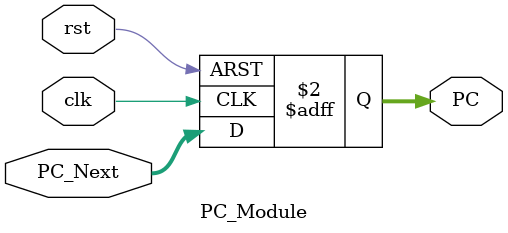
<source format=v>
module PC_Module(clk,rst,PC,PC_Next);
    input clk,rst;
    input [31:0]PC_Next;
    output [31:0]PC;
    reg [31:0]PC;


always @(posedge clk or posedge rst)
begin
    if(rst)
        PC <= 32'b0;
    else
        PC <= PC_Next;
end

endmodule

</source>
